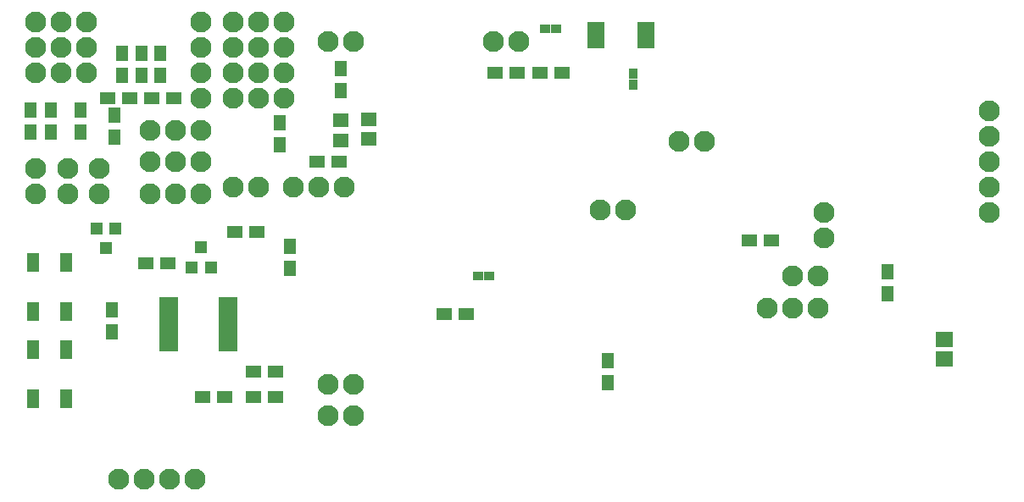
<source format=gbr>
G04 #@! TF.FileFunction,Soldermask,Bot*
%FSLAX46Y46*%
G04 Gerber Fmt 4.6, Leading zero omitted, Abs format (unit mm)*
G04 Created by KiCad (PCBNEW 4.0.0-rc1-stable) date 18.11.2015 07:04:15*
%MOMM*%
G01*
G04 APERTURE LIST*
%ADD10C,0.020000*%
%ADD11R,1.300000X1.900000*%
%ADD12C,2.100000*%
%ADD13R,1.300000X1.600000*%
%ADD14R,0.700000X1.600000*%
%ADD15R,1.200100X1.200100*%
%ADD16R,1.600000X1.300000*%
%ADD17R,1.800000X0.650000*%
%ADD18R,1.900000X0.850000*%
%ADD19R,0.900000X1.000000*%
%ADD20R,1.000000X0.900000*%
%ADD21R,1.650000X1.400000*%
G04 APERTURE END LIST*
D10*
D11*
X5244100Y-34570500D03*
X1944100Y-34570500D03*
X5244100Y-39470500D03*
X1944100Y-39470500D03*
X5231400Y-25871000D03*
X1931400Y-25871000D03*
X5231400Y-30771000D03*
X1931400Y-30771000D03*
D12*
X75272900Y-30441900D03*
X77812900Y-30441900D03*
X80352900Y-30441900D03*
D13*
X26631900Y-14142900D03*
X26631900Y-11942900D03*
D14*
X92467900Y-35536900D03*
X92967900Y-35536900D03*
X93467900Y-35536900D03*
X92467900Y-33536900D03*
X92967900Y-33536900D03*
X93467900Y-33536900D03*
D12*
X10502900Y-47586900D03*
X13042900Y-47586900D03*
X15582900Y-47586900D03*
X18122900Y-47586900D03*
D13*
X14693900Y-7157900D03*
X14693900Y-4957900D03*
X1739900Y-10672900D03*
X1739900Y-12872900D03*
X12788900Y-4957900D03*
X12788900Y-7157900D03*
X10883900Y-4957900D03*
X10883900Y-7157900D03*
D15*
X8282900Y-22456140D03*
X10182900Y-22456140D03*
X9232900Y-24455120D03*
D16*
X45257900Y-31076900D03*
X43057900Y-31076900D03*
D13*
X87337900Y-26801900D03*
X87337900Y-29001900D03*
D16*
X21127900Y-39331900D03*
X18927900Y-39331900D03*
X26207900Y-36791900D03*
X24007900Y-36791900D03*
X52582900Y-6946900D03*
X54782900Y-6946900D03*
D13*
X9867900Y-30611900D03*
X9867900Y-32811900D03*
D16*
X24007900Y-39331900D03*
X26207900Y-39331900D03*
X48137900Y-6946900D03*
X50337900Y-6946900D03*
D13*
X10121900Y-11180900D03*
X10121900Y-13380900D03*
X27647900Y-24261900D03*
X27647900Y-26461900D03*
X6692900Y-12872900D03*
X6692900Y-10672900D03*
D16*
X15412900Y-25996900D03*
X13212900Y-25996900D03*
D13*
X59397900Y-37891900D03*
X59397900Y-35691900D03*
D16*
X9402900Y-9486900D03*
X11602900Y-9486900D03*
X22102900Y-22821900D03*
X24302900Y-22821900D03*
D13*
X3771900Y-12872900D03*
X3771900Y-10672900D03*
D16*
X13847900Y-9486900D03*
X16047900Y-9486900D03*
X75737900Y-23710900D03*
X73537900Y-23710900D03*
X30357900Y-15836900D03*
X32557900Y-15836900D03*
D13*
X32727900Y-6481900D03*
X32727900Y-8681900D03*
D15*
X19707900Y-26362660D03*
X17807900Y-26362660D03*
X18757900Y-24363680D03*
D12*
X21932900Y-9486900D03*
X21932900Y-6946900D03*
X21932900Y-4406900D03*
X21932900Y-1866900D03*
X24472900Y-9486900D03*
X24472900Y-6946900D03*
X24472900Y-4406900D03*
X24472900Y-1866900D03*
X27012900Y-9486900D03*
X27012900Y-6946900D03*
X27012900Y-4406900D03*
X27012900Y-1866900D03*
X2247900Y-6946900D03*
X2247900Y-4406900D03*
X2247900Y-1866900D03*
X18757900Y-9486900D03*
X18757900Y-6946900D03*
X18757900Y-4406900D03*
X18757900Y-1866900D03*
X4787900Y-6946900D03*
X4787900Y-4406900D03*
X4787900Y-1866900D03*
X7327900Y-6946900D03*
X7327900Y-4406900D03*
X7327900Y-1866900D03*
X97497900Y-10756900D03*
X97497900Y-13296900D03*
X97497900Y-15836900D03*
X97497900Y-18376900D03*
X97497900Y-20916900D03*
X69049900Y-13804900D03*
X66509900Y-13804900D03*
X47967900Y-3771900D03*
X50507900Y-3771900D03*
X31457900Y-38061900D03*
X33997900Y-38061900D03*
X33997900Y-41236900D03*
X31457900Y-41236900D03*
X80352900Y-27266900D03*
X77812900Y-27266900D03*
X58635900Y-20662900D03*
X61175900Y-20662900D03*
X80987900Y-23456900D03*
X80987900Y-20916900D03*
X31457900Y-3771900D03*
X33997900Y-3771900D03*
X27957900Y-18376900D03*
X30497900Y-18376900D03*
X33037900Y-18376900D03*
X24472900Y-18376900D03*
X21932900Y-18376900D03*
X2247900Y-16471900D03*
X2247900Y-19011900D03*
X5422900Y-16471900D03*
X5422900Y-19011900D03*
X8597900Y-16471900D03*
X8597900Y-19011900D03*
X13677900Y-12661900D03*
X16217900Y-12661900D03*
X18757900Y-12661900D03*
X13677900Y-15836900D03*
X16217900Y-15836900D03*
X18757900Y-15836900D03*
X13677900Y-19011900D03*
X16217900Y-19011900D03*
X18757900Y-19011900D03*
D17*
X58167900Y-3636900D03*
X58167900Y-4136900D03*
X58167900Y-3136900D03*
X58167900Y-2636900D03*
X58167900Y-2136900D03*
X63167900Y-2136900D03*
X63167900Y-2636900D03*
X63167900Y-3136900D03*
X63167900Y-3636900D03*
X63167900Y-4136900D03*
D18*
X21437900Y-29796900D03*
X21437900Y-30446900D03*
X21437900Y-31096900D03*
X21437900Y-31746900D03*
X21437900Y-32396900D03*
X21437900Y-33046900D03*
X21437900Y-33696900D03*
X21437900Y-34346900D03*
X15537900Y-34346900D03*
X15537900Y-33696900D03*
X15537900Y-33046900D03*
X15537900Y-32396900D03*
X15537900Y-31746900D03*
X15537900Y-31096900D03*
X15537900Y-30446900D03*
X15537900Y-29796900D03*
D19*
X61937900Y-7031900D03*
X61937900Y-8131900D03*
D20*
X53132900Y-2501900D03*
X54232900Y-2501900D03*
D21*
X35521900Y-11534900D03*
X35521900Y-13534900D03*
X32727900Y-11661900D03*
X32727900Y-13661900D03*
D20*
X46437900Y-27221900D03*
X47537900Y-27221900D03*
M02*

</source>
